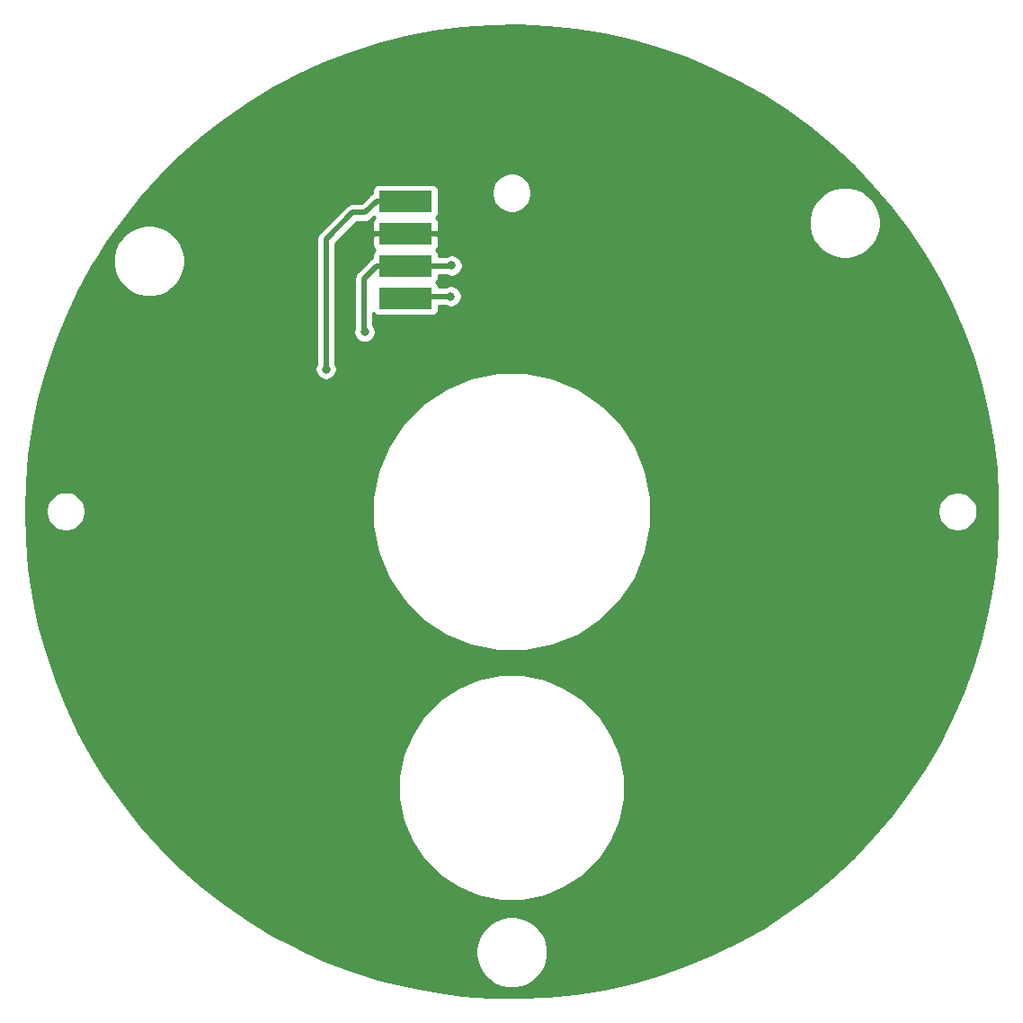
<source format=gbl>
G04 #@! TF.GenerationSoftware,KiCad,Pcbnew,(5.1.5)-3*
G04 #@! TF.CreationDate,2022-01-09T16:05:41+01:00*
G04 #@! TF.ProjectId,plateau allumage,706c6174-6561-4752-9061-6c6c756d6167,rev?*
G04 #@! TF.SameCoordinates,Original*
G04 #@! TF.FileFunction,Copper,L2,Bot*
G04 #@! TF.FilePolarity,Positive*
%FSLAX46Y46*%
G04 Gerber Fmt 4.6, Leading zero omitted, Abs format (unit mm)*
G04 Created by KiCad (PCBNEW (5.1.5)-3) date 2022-01-09 16:05:41*
%MOMM*%
%LPD*%
G04 APERTURE LIST*
%ADD10R,5.000000X2.000000*%
%ADD11C,0.800000*%
%ADD12C,0.500000*%
%ADD13C,0.254000*%
G04 APERTURE END LIST*
D10*
X117348000Y-78486000D03*
X117348000Y-81534000D03*
X117348000Y-75438000D03*
X117348000Y-72390000D03*
D11*
X121666000Y-75438000D03*
X112950000Y-75420000D03*
X112560000Y-104340000D03*
X142160000Y-104070000D03*
X113500000Y-84680000D03*
X121690000Y-78440000D03*
X109850000Y-88190000D03*
X121610000Y-81340000D03*
D12*
X117348000Y-75438000D02*
X121666000Y-75438000D01*
X114598000Y-75438000D02*
X114580000Y-75420000D01*
X114580000Y-75420000D02*
X112950000Y-75420000D01*
X117348000Y-75438000D02*
X114598000Y-75438000D01*
X114598000Y-78486000D02*
X113440000Y-79644000D01*
X117348000Y-78486000D02*
X114598000Y-78486000D01*
X113440000Y-79644000D02*
X113440000Y-84620000D01*
X113440000Y-84620000D02*
X113500000Y-84680000D01*
X117348000Y-78486000D02*
X121644000Y-78486000D01*
X121644000Y-78486000D02*
X121690000Y-78440000D01*
X112380000Y-73450000D02*
X109850000Y-75980000D01*
X109850000Y-75980000D02*
X109850000Y-88190000D01*
X113538000Y-73450000D02*
X112380000Y-73450000D01*
X117348000Y-72390000D02*
X114598000Y-72390000D01*
X114598000Y-72390000D02*
X113538000Y-73450000D01*
X121610000Y-81340000D02*
X117542000Y-81340000D01*
X117542000Y-81340000D02*
X117348000Y-81534000D01*
D13*
G36*
X130700213Y-55958231D02*
G01*
X133373035Y-56233868D01*
X136025073Y-56665891D01*
X138647186Y-57252811D01*
X141230335Y-57992605D01*
X143765615Y-58882722D01*
X146244286Y-59920096D01*
X148657803Y-61101148D01*
X150997848Y-62421808D01*
X153256353Y-63877524D01*
X155425532Y-65463277D01*
X157497909Y-67173600D01*
X159466339Y-69002599D01*
X161324036Y-70943967D01*
X163064598Y-72991013D01*
X164682023Y-75136681D01*
X166170736Y-77373573D01*
X167525606Y-79693978D01*
X168741961Y-82089898D01*
X169815608Y-84553073D01*
X170742848Y-87075013D01*
X171520482Y-89647023D01*
X172145831Y-92260238D01*
X172616739Y-94905648D01*
X172931582Y-97574136D01*
X173089276Y-100256502D01*
X173089276Y-102943498D01*
X172931582Y-105625864D01*
X172616739Y-108294352D01*
X172145831Y-110939762D01*
X171520482Y-113552977D01*
X170742848Y-116124987D01*
X169815608Y-118646927D01*
X168741961Y-121110102D01*
X167525606Y-123506022D01*
X166170736Y-125826427D01*
X164682023Y-128063319D01*
X163064598Y-130208987D01*
X161324036Y-132256033D01*
X159466339Y-134197401D01*
X157497909Y-136026400D01*
X155425532Y-137736723D01*
X153256353Y-139322476D01*
X150997848Y-140778192D01*
X148657803Y-142098852D01*
X146244286Y-143279904D01*
X143765615Y-144317278D01*
X141230335Y-145207395D01*
X138647186Y-145947189D01*
X136025073Y-146534109D01*
X133373035Y-146966132D01*
X130700213Y-147241769D01*
X128015822Y-147360069D01*
X125329114Y-147320624D01*
X122649353Y-147123571D01*
X119985775Y-146769589D01*
X117347562Y-146259898D01*
X114743809Y-145596254D01*
X112183491Y-144780947D01*
X109675435Y-143816786D01*
X107359525Y-142766607D01*
X123965000Y-142766607D01*
X123965000Y-143433393D01*
X124095083Y-144087368D01*
X124350252Y-144703399D01*
X124720698Y-145257812D01*
X125192188Y-145729302D01*
X125746601Y-146099748D01*
X126362632Y-146354917D01*
X127016607Y-146485000D01*
X127683393Y-146485000D01*
X128337368Y-146354917D01*
X128953399Y-146099748D01*
X129507812Y-145729302D01*
X129979302Y-145257812D01*
X130349748Y-144703399D01*
X130604917Y-144087368D01*
X130735000Y-143433393D01*
X130735000Y-142766607D01*
X130604917Y-142112632D01*
X130349748Y-141496601D01*
X129979302Y-140942188D01*
X129507812Y-140470698D01*
X128953399Y-140100252D01*
X128337368Y-139845083D01*
X127683393Y-139715000D01*
X127016607Y-139715000D01*
X126362632Y-139845083D01*
X125746601Y-140100252D01*
X125192188Y-140470698D01*
X124720698Y-140942188D01*
X124350252Y-141496601D01*
X124095083Y-142112632D01*
X123965000Y-142766607D01*
X107359525Y-142766607D01*
X107228286Y-142707095D01*
X104850480Y-141455700D01*
X102550214Y-140066913D01*
X100335417Y-138545523D01*
X98213725Y-136896774D01*
X96192450Y-135126350D01*
X94278561Y-133240354D01*
X92478656Y-131245287D01*
X90798939Y-129148026D01*
X89245200Y-126955802D01*
X88993583Y-126552544D01*
X116695000Y-126552544D01*
X116695000Y-128647456D01*
X117103697Y-130702115D01*
X117905385Y-132637561D01*
X119069256Y-134379417D01*
X120550583Y-135860744D01*
X122292439Y-137024615D01*
X124227885Y-137826303D01*
X126282544Y-138235000D01*
X128377456Y-138235000D01*
X130432115Y-137826303D01*
X132367561Y-137024615D01*
X134109417Y-135860744D01*
X135590744Y-134379417D01*
X136754615Y-132637561D01*
X137556303Y-130702115D01*
X137965000Y-128647456D01*
X137965000Y-126552544D01*
X137556303Y-124497885D01*
X136754615Y-122562439D01*
X135590744Y-120820583D01*
X134109417Y-119339256D01*
X132367561Y-118175385D01*
X130432115Y-117373697D01*
X128377456Y-116965000D01*
X126282544Y-116965000D01*
X124227885Y-117373697D01*
X122292439Y-118175385D01*
X120550583Y-119339256D01*
X119069256Y-120820583D01*
X117905385Y-122562439D01*
X117103697Y-124497885D01*
X116695000Y-126552544D01*
X88993583Y-126552544D01*
X87822796Y-124676170D01*
X86536629Y-122316991D01*
X85391134Y-119886396D01*
X84390259Y-117392764D01*
X83537455Y-114844690D01*
X82835661Y-112250960D01*
X82287296Y-109620514D01*
X81894251Y-106962419D01*
X81657881Y-104285839D01*
X81579000Y-101600000D01*
X81584746Y-101404344D01*
X83455000Y-101404344D01*
X83455000Y-101775656D01*
X83527439Y-102139834D01*
X83669534Y-102482882D01*
X83875825Y-102791618D01*
X84138382Y-103054175D01*
X84447118Y-103260466D01*
X84790166Y-103402561D01*
X85154344Y-103475000D01*
X85525656Y-103475000D01*
X85889834Y-103402561D01*
X86232882Y-103260466D01*
X86541618Y-103054175D01*
X86804175Y-102791618D01*
X87010466Y-102482882D01*
X87152561Y-102139834D01*
X87225000Y-101775656D01*
X87225000Y-101404344D01*
X87152561Y-101040166D01*
X87010466Y-100697118D01*
X86804175Y-100388382D01*
X86732108Y-100316315D01*
X114215000Y-100316315D01*
X114215000Y-102903685D01*
X114719770Y-105441338D01*
X115709914Y-107831756D01*
X117147379Y-109983075D01*
X118976925Y-111812621D01*
X121128244Y-113250086D01*
X123518662Y-114240230D01*
X126056315Y-114745000D01*
X128643685Y-114745000D01*
X131181338Y-114240230D01*
X133571756Y-113250086D01*
X135723075Y-111812621D01*
X137552621Y-109983075D01*
X138990086Y-107831756D01*
X139980230Y-105441338D01*
X140485000Y-102903685D01*
X140485000Y-101414344D01*
X167455000Y-101414344D01*
X167455000Y-101785656D01*
X167527439Y-102149834D01*
X167669534Y-102492882D01*
X167875825Y-102801618D01*
X168138382Y-103064175D01*
X168447118Y-103270466D01*
X168790166Y-103412561D01*
X169154344Y-103485000D01*
X169525656Y-103485000D01*
X169889834Y-103412561D01*
X170232882Y-103270466D01*
X170541618Y-103064175D01*
X170804175Y-102801618D01*
X171010466Y-102492882D01*
X171152561Y-102149834D01*
X171225000Y-101785656D01*
X171225000Y-101414344D01*
X171152561Y-101050166D01*
X171010466Y-100707118D01*
X170804175Y-100398382D01*
X170541618Y-100135825D01*
X170232882Y-99929534D01*
X169889834Y-99787439D01*
X169525656Y-99715000D01*
X169154344Y-99715000D01*
X168790166Y-99787439D01*
X168447118Y-99929534D01*
X168138382Y-100135825D01*
X167875825Y-100398382D01*
X167669534Y-100707118D01*
X167527439Y-101050166D01*
X167455000Y-101414344D01*
X140485000Y-101414344D01*
X140485000Y-100316315D01*
X139980230Y-97778662D01*
X138990086Y-95388244D01*
X137552621Y-93236925D01*
X135723075Y-91407379D01*
X133571756Y-89969914D01*
X131181338Y-88979770D01*
X128643685Y-88475000D01*
X126056315Y-88475000D01*
X123518662Y-88979770D01*
X121128244Y-89969914D01*
X118976925Y-91407379D01*
X117147379Y-93236925D01*
X115709914Y-95388244D01*
X114719770Y-97778662D01*
X114215000Y-100316315D01*
X86732108Y-100316315D01*
X86541618Y-100125825D01*
X86232882Y-99919534D01*
X85889834Y-99777439D01*
X85525656Y-99705000D01*
X85154344Y-99705000D01*
X84790166Y-99777439D01*
X84447118Y-99919534D01*
X84138382Y-100125825D01*
X83875825Y-100388382D01*
X83669534Y-100697118D01*
X83527439Y-101040166D01*
X83455000Y-101404344D01*
X81584746Y-101404344D01*
X81657881Y-98914161D01*
X81894251Y-96237581D01*
X82287296Y-93579486D01*
X82835661Y-90949040D01*
X83537455Y-88355310D01*
X83626899Y-88088061D01*
X108815000Y-88088061D01*
X108815000Y-88291939D01*
X108854774Y-88491898D01*
X108932795Y-88680256D01*
X109046063Y-88849774D01*
X109190226Y-88993937D01*
X109359744Y-89107205D01*
X109548102Y-89185226D01*
X109748061Y-89225000D01*
X109951939Y-89225000D01*
X110151898Y-89185226D01*
X110340256Y-89107205D01*
X110509774Y-88993937D01*
X110653937Y-88849774D01*
X110767205Y-88680256D01*
X110845226Y-88491898D01*
X110885000Y-88291939D01*
X110885000Y-88088061D01*
X110845226Y-87888102D01*
X110767205Y-87699744D01*
X110735000Y-87651546D01*
X110735000Y-84578061D01*
X112465000Y-84578061D01*
X112465000Y-84781939D01*
X112504774Y-84981898D01*
X112582795Y-85170256D01*
X112696063Y-85339774D01*
X112840226Y-85483937D01*
X113009744Y-85597205D01*
X113198102Y-85675226D01*
X113398061Y-85715000D01*
X113601939Y-85715000D01*
X113801898Y-85675226D01*
X113990256Y-85597205D01*
X114159774Y-85483937D01*
X114303937Y-85339774D01*
X114417205Y-85170256D01*
X114495226Y-84981898D01*
X114535000Y-84781939D01*
X114535000Y-84578061D01*
X114495226Y-84378102D01*
X114417205Y-84189744D01*
X114325000Y-84051749D01*
X114325000Y-82897678D01*
X114396815Y-82985185D01*
X114493506Y-83064537D01*
X114603820Y-83123502D01*
X114723518Y-83159812D01*
X114848000Y-83172072D01*
X119848000Y-83172072D01*
X119972482Y-83159812D01*
X120092180Y-83123502D01*
X120202494Y-83064537D01*
X120299185Y-82985185D01*
X120378537Y-82888494D01*
X120437502Y-82778180D01*
X120473812Y-82658482D01*
X120486072Y-82534000D01*
X120486072Y-82225000D01*
X121071546Y-82225000D01*
X121119744Y-82257205D01*
X121308102Y-82335226D01*
X121508061Y-82375000D01*
X121711939Y-82375000D01*
X121911898Y-82335226D01*
X122100256Y-82257205D01*
X122269774Y-82143937D01*
X122413937Y-81999774D01*
X122527205Y-81830256D01*
X122605226Y-81641898D01*
X122645000Y-81441939D01*
X122645000Y-81238061D01*
X122605226Y-81038102D01*
X122527205Y-80849744D01*
X122413937Y-80680226D01*
X122269774Y-80536063D01*
X122100256Y-80422795D01*
X121911898Y-80344774D01*
X121711939Y-80305000D01*
X121508061Y-80305000D01*
X121308102Y-80344774D01*
X121119744Y-80422795D01*
X121071546Y-80455000D01*
X120478291Y-80455000D01*
X120473812Y-80409518D01*
X120437502Y-80289820D01*
X120378537Y-80179506D01*
X120299185Y-80082815D01*
X120210459Y-80010000D01*
X120299185Y-79937185D01*
X120378537Y-79840494D01*
X120437502Y-79730180D01*
X120473812Y-79610482D01*
X120486072Y-79486000D01*
X120486072Y-79371000D01*
X121233048Y-79371000D01*
X121388102Y-79435226D01*
X121588061Y-79475000D01*
X121791939Y-79475000D01*
X121991898Y-79435226D01*
X122180256Y-79357205D01*
X122349774Y-79243937D01*
X122493937Y-79099774D01*
X122607205Y-78930256D01*
X122685226Y-78741898D01*
X122725000Y-78541939D01*
X122725000Y-78338061D01*
X122685226Y-78138102D01*
X122607205Y-77949744D01*
X122493937Y-77780226D01*
X122349774Y-77636063D01*
X122180256Y-77522795D01*
X121991898Y-77444774D01*
X121791939Y-77405000D01*
X121588061Y-77405000D01*
X121388102Y-77444774D01*
X121199744Y-77522795D01*
X121082702Y-77601000D01*
X120486072Y-77601000D01*
X120486072Y-77486000D01*
X120473812Y-77361518D01*
X120437502Y-77241820D01*
X120378537Y-77131506D01*
X120299185Y-77034815D01*
X120210459Y-76962000D01*
X120299185Y-76889185D01*
X120378537Y-76792494D01*
X120437502Y-76682180D01*
X120473812Y-76562482D01*
X120486072Y-76438000D01*
X120483000Y-75723750D01*
X120324250Y-75565000D01*
X117475000Y-75565000D01*
X117475000Y-75585000D01*
X117221000Y-75585000D01*
X117221000Y-75565000D01*
X114371750Y-75565000D01*
X114213000Y-75723750D01*
X114209928Y-76438000D01*
X114222188Y-76562482D01*
X114258498Y-76682180D01*
X114317463Y-76792494D01*
X114396815Y-76889185D01*
X114485541Y-76962000D01*
X114396815Y-77034815D01*
X114317463Y-77131506D01*
X114258498Y-77241820D01*
X114222188Y-77361518D01*
X114209928Y-77486000D01*
X114209928Y-77689938D01*
X114103941Y-77746589D01*
X114103939Y-77746590D01*
X114103940Y-77746590D01*
X114002953Y-77829468D01*
X114002951Y-77829470D01*
X113969183Y-77857183D01*
X113941470Y-77890951D01*
X112844956Y-78987466D01*
X112811183Y-79015183D01*
X112700589Y-79149942D01*
X112618411Y-79303688D01*
X112567805Y-79470511D01*
X112555000Y-79600524D01*
X112555000Y-79600531D01*
X112550719Y-79644000D01*
X112555000Y-79687469D01*
X112555001Y-84256844D01*
X112504774Y-84378102D01*
X112465000Y-84578061D01*
X110735000Y-84578061D01*
X110735000Y-76346578D01*
X112746579Y-74335000D01*
X113494531Y-74335000D01*
X113538000Y-74339281D01*
X113581469Y-74335000D01*
X113581477Y-74335000D01*
X113711490Y-74322195D01*
X113878313Y-74271589D01*
X114032059Y-74189411D01*
X114166817Y-74078817D01*
X114194534Y-74045044D01*
X114397682Y-73841896D01*
X114485541Y-73914000D01*
X114396815Y-73986815D01*
X114317463Y-74083506D01*
X114258498Y-74193820D01*
X114222188Y-74313518D01*
X114209928Y-74438000D01*
X114213000Y-75152250D01*
X114371750Y-75311000D01*
X117221000Y-75311000D01*
X117221000Y-75291000D01*
X117475000Y-75291000D01*
X117475000Y-75311000D01*
X120324250Y-75311000D01*
X120483000Y-75152250D01*
X120486072Y-74438000D01*
X120473812Y-74313518D01*
X120437502Y-74193820D01*
X120378537Y-74083506D01*
X120372876Y-74076607D01*
X155325000Y-74076607D01*
X155325000Y-74743393D01*
X155455083Y-75397368D01*
X155710252Y-76013399D01*
X156080698Y-76567812D01*
X156552188Y-77039302D01*
X157106601Y-77409748D01*
X157722632Y-77664917D01*
X158376607Y-77795000D01*
X159043393Y-77795000D01*
X159697368Y-77664917D01*
X160313399Y-77409748D01*
X160867812Y-77039302D01*
X161339302Y-76567812D01*
X161709748Y-76013399D01*
X161964917Y-75397368D01*
X162095000Y-74743393D01*
X162095000Y-74076607D01*
X161964917Y-73422632D01*
X161709748Y-72806601D01*
X161339302Y-72252188D01*
X160867812Y-71780698D01*
X160313399Y-71410252D01*
X159697368Y-71155083D01*
X159043393Y-71025000D01*
X158376607Y-71025000D01*
X157722632Y-71155083D01*
X157106601Y-71410252D01*
X156552188Y-71780698D01*
X156080698Y-72252188D01*
X155710252Y-72806601D01*
X155455083Y-73422632D01*
X155325000Y-74076607D01*
X120372876Y-74076607D01*
X120299185Y-73986815D01*
X120210459Y-73914000D01*
X120299185Y-73841185D01*
X120378537Y-73744494D01*
X120437502Y-73634180D01*
X120473812Y-73514482D01*
X120486072Y-73390000D01*
X120486072Y-71414344D01*
X125455000Y-71414344D01*
X125455000Y-71785656D01*
X125527439Y-72149834D01*
X125669534Y-72492882D01*
X125875825Y-72801618D01*
X126138382Y-73064175D01*
X126447118Y-73270466D01*
X126790166Y-73412561D01*
X127154344Y-73485000D01*
X127525656Y-73485000D01*
X127889834Y-73412561D01*
X128232882Y-73270466D01*
X128541618Y-73064175D01*
X128804175Y-72801618D01*
X129010466Y-72492882D01*
X129152561Y-72149834D01*
X129225000Y-71785656D01*
X129225000Y-71414344D01*
X129152561Y-71050166D01*
X129010466Y-70707118D01*
X128804175Y-70398382D01*
X128541618Y-70135825D01*
X128232882Y-69929534D01*
X127889834Y-69787439D01*
X127525656Y-69715000D01*
X127154344Y-69715000D01*
X126790166Y-69787439D01*
X126447118Y-69929534D01*
X126138382Y-70135825D01*
X125875825Y-70398382D01*
X125669534Y-70707118D01*
X125527439Y-71050166D01*
X125455000Y-71414344D01*
X120486072Y-71414344D01*
X120486072Y-71390000D01*
X120473812Y-71265518D01*
X120437502Y-71145820D01*
X120378537Y-71035506D01*
X120299185Y-70938815D01*
X120202494Y-70859463D01*
X120092180Y-70800498D01*
X119972482Y-70764188D01*
X119848000Y-70751928D01*
X114848000Y-70751928D01*
X114723518Y-70764188D01*
X114603820Y-70800498D01*
X114493506Y-70859463D01*
X114396815Y-70938815D01*
X114317463Y-71035506D01*
X114258498Y-71145820D01*
X114222188Y-71265518D01*
X114209928Y-71390000D01*
X114209928Y-71593938D01*
X114103941Y-71650589D01*
X114103939Y-71650590D01*
X114103940Y-71650590D01*
X114002953Y-71733468D01*
X114002951Y-71733470D01*
X113969183Y-71761183D01*
X113941470Y-71794951D01*
X113171422Y-72565000D01*
X112423465Y-72565000D01*
X112379999Y-72560719D01*
X112336533Y-72565000D01*
X112336523Y-72565000D01*
X112206510Y-72577805D01*
X112039687Y-72628411D01*
X111885941Y-72710589D01*
X111885939Y-72710590D01*
X111885940Y-72710590D01*
X111784953Y-72793468D01*
X111784951Y-72793470D01*
X111751183Y-72821183D01*
X111723470Y-72854951D01*
X109254956Y-75323466D01*
X109221183Y-75351183D01*
X109110589Y-75485942D01*
X109028411Y-75639688D01*
X108977805Y-75806511D01*
X108965000Y-75936524D01*
X108965000Y-75936531D01*
X108960719Y-75980000D01*
X108965000Y-76023469D01*
X108965001Y-87651544D01*
X108932795Y-87699744D01*
X108854774Y-87888102D01*
X108815000Y-88088061D01*
X83626899Y-88088061D01*
X84390259Y-85807236D01*
X85391134Y-83313604D01*
X86536629Y-80883009D01*
X87822796Y-78523830D01*
X88357670Y-77666607D01*
X89815000Y-77666607D01*
X89815000Y-78333393D01*
X89945083Y-78987368D01*
X90200252Y-79603399D01*
X90570698Y-80157812D01*
X91042188Y-80629302D01*
X91596601Y-80999748D01*
X92212632Y-81254917D01*
X92866607Y-81385000D01*
X93533393Y-81385000D01*
X94187368Y-81254917D01*
X94803399Y-80999748D01*
X95357812Y-80629302D01*
X95829302Y-80157812D01*
X96199748Y-79603399D01*
X96454917Y-78987368D01*
X96585000Y-78333393D01*
X96585000Y-77666607D01*
X96454917Y-77012632D01*
X96199748Y-76396601D01*
X95829302Y-75842188D01*
X95357812Y-75370698D01*
X94803399Y-75000252D01*
X94187368Y-74745083D01*
X93533393Y-74615000D01*
X92866607Y-74615000D01*
X92212632Y-74745083D01*
X91596601Y-75000252D01*
X91042188Y-75370698D01*
X90570698Y-75842188D01*
X90200252Y-76396601D01*
X89945083Y-77012632D01*
X89815000Y-77666607D01*
X88357670Y-77666607D01*
X89245200Y-76244198D01*
X90798939Y-74051974D01*
X92478656Y-71954713D01*
X94278561Y-69959646D01*
X96192450Y-68073650D01*
X98213725Y-66303226D01*
X100335417Y-64654477D01*
X102550214Y-63133087D01*
X104850480Y-61744300D01*
X107228286Y-60492905D01*
X109675435Y-59383214D01*
X112183491Y-58419053D01*
X114743809Y-57603746D01*
X117347562Y-56940102D01*
X119985775Y-56430411D01*
X122649353Y-56076429D01*
X125329114Y-55879376D01*
X128015822Y-55839931D01*
X130700213Y-55958231D01*
G37*
X130700213Y-55958231D02*
X133373035Y-56233868D01*
X136025073Y-56665891D01*
X138647186Y-57252811D01*
X141230335Y-57992605D01*
X143765615Y-58882722D01*
X146244286Y-59920096D01*
X148657803Y-61101148D01*
X150997848Y-62421808D01*
X153256353Y-63877524D01*
X155425532Y-65463277D01*
X157497909Y-67173600D01*
X159466339Y-69002599D01*
X161324036Y-70943967D01*
X163064598Y-72991013D01*
X164682023Y-75136681D01*
X166170736Y-77373573D01*
X167525606Y-79693978D01*
X168741961Y-82089898D01*
X169815608Y-84553073D01*
X170742848Y-87075013D01*
X171520482Y-89647023D01*
X172145831Y-92260238D01*
X172616739Y-94905648D01*
X172931582Y-97574136D01*
X173089276Y-100256502D01*
X173089276Y-102943498D01*
X172931582Y-105625864D01*
X172616739Y-108294352D01*
X172145831Y-110939762D01*
X171520482Y-113552977D01*
X170742848Y-116124987D01*
X169815608Y-118646927D01*
X168741961Y-121110102D01*
X167525606Y-123506022D01*
X166170736Y-125826427D01*
X164682023Y-128063319D01*
X163064598Y-130208987D01*
X161324036Y-132256033D01*
X159466339Y-134197401D01*
X157497909Y-136026400D01*
X155425532Y-137736723D01*
X153256353Y-139322476D01*
X150997848Y-140778192D01*
X148657803Y-142098852D01*
X146244286Y-143279904D01*
X143765615Y-144317278D01*
X141230335Y-145207395D01*
X138647186Y-145947189D01*
X136025073Y-146534109D01*
X133373035Y-146966132D01*
X130700213Y-147241769D01*
X128015822Y-147360069D01*
X125329114Y-147320624D01*
X122649353Y-147123571D01*
X119985775Y-146769589D01*
X117347562Y-146259898D01*
X114743809Y-145596254D01*
X112183491Y-144780947D01*
X109675435Y-143816786D01*
X107359525Y-142766607D01*
X123965000Y-142766607D01*
X123965000Y-143433393D01*
X124095083Y-144087368D01*
X124350252Y-144703399D01*
X124720698Y-145257812D01*
X125192188Y-145729302D01*
X125746601Y-146099748D01*
X126362632Y-146354917D01*
X127016607Y-146485000D01*
X127683393Y-146485000D01*
X128337368Y-146354917D01*
X128953399Y-146099748D01*
X129507812Y-145729302D01*
X129979302Y-145257812D01*
X130349748Y-144703399D01*
X130604917Y-144087368D01*
X130735000Y-143433393D01*
X130735000Y-142766607D01*
X130604917Y-142112632D01*
X130349748Y-141496601D01*
X129979302Y-140942188D01*
X129507812Y-140470698D01*
X128953399Y-140100252D01*
X128337368Y-139845083D01*
X127683393Y-139715000D01*
X127016607Y-139715000D01*
X126362632Y-139845083D01*
X125746601Y-140100252D01*
X125192188Y-140470698D01*
X124720698Y-140942188D01*
X124350252Y-141496601D01*
X124095083Y-142112632D01*
X123965000Y-142766607D01*
X107359525Y-142766607D01*
X107228286Y-142707095D01*
X104850480Y-141455700D01*
X102550214Y-140066913D01*
X100335417Y-138545523D01*
X98213725Y-136896774D01*
X96192450Y-135126350D01*
X94278561Y-133240354D01*
X92478656Y-131245287D01*
X90798939Y-129148026D01*
X89245200Y-126955802D01*
X88993583Y-126552544D01*
X116695000Y-126552544D01*
X116695000Y-128647456D01*
X117103697Y-130702115D01*
X117905385Y-132637561D01*
X119069256Y-134379417D01*
X120550583Y-135860744D01*
X122292439Y-137024615D01*
X124227885Y-137826303D01*
X126282544Y-138235000D01*
X128377456Y-138235000D01*
X130432115Y-137826303D01*
X132367561Y-137024615D01*
X134109417Y-135860744D01*
X135590744Y-134379417D01*
X136754615Y-132637561D01*
X137556303Y-130702115D01*
X137965000Y-128647456D01*
X137965000Y-126552544D01*
X137556303Y-124497885D01*
X136754615Y-122562439D01*
X135590744Y-120820583D01*
X134109417Y-119339256D01*
X132367561Y-118175385D01*
X130432115Y-117373697D01*
X128377456Y-116965000D01*
X126282544Y-116965000D01*
X124227885Y-117373697D01*
X122292439Y-118175385D01*
X120550583Y-119339256D01*
X119069256Y-120820583D01*
X117905385Y-122562439D01*
X117103697Y-124497885D01*
X116695000Y-126552544D01*
X88993583Y-126552544D01*
X87822796Y-124676170D01*
X86536629Y-122316991D01*
X85391134Y-119886396D01*
X84390259Y-117392764D01*
X83537455Y-114844690D01*
X82835661Y-112250960D01*
X82287296Y-109620514D01*
X81894251Y-106962419D01*
X81657881Y-104285839D01*
X81579000Y-101600000D01*
X81584746Y-101404344D01*
X83455000Y-101404344D01*
X83455000Y-101775656D01*
X83527439Y-102139834D01*
X83669534Y-102482882D01*
X83875825Y-102791618D01*
X84138382Y-103054175D01*
X84447118Y-103260466D01*
X84790166Y-103402561D01*
X85154344Y-103475000D01*
X85525656Y-103475000D01*
X85889834Y-103402561D01*
X86232882Y-103260466D01*
X86541618Y-103054175D01*
X86804175Y-102791618D01*
X87010466Y-102482882D01*
X87152561Y-102139834D01*
X87225000Y-101775656D01*
X87225000Y-101404344D01*
X87152561Y-101040166D01*
X87010466Y-100697118D01*
X86804175Y-100388382D01*
X86732108Y-100316315D01*
X114215000Y-100316315D01*
X114215000Y-102903685D01*
X114719770Y-105441338D01*
X115709914Y-107831756D01*
X117147379Y-109983075D01*
X118976925Y-111812621D01*
X121128244Y-113250086D01*
X123518662Y-114240230D01*
X126056315Y-114745000D01*
X128643685Y-114745000D01*
X131181338Y-114240230D01*
X133571756Y-113250086D01*
X135723075Y-111812621D01*
X137552621Y-109983075D01*
X138990086Y-107831756D01*
X139980230Y-105441338D01*
X140485000Y-102903685D01*
X140485000Y-101414344D01*
X167455000Y-101414344D01*
X167455000Y-101785656D01*
X167527439Y-102149834D01*
X167669534Y-102492882D01*
X167875825Y-102801618D01*
X168138382Y-103064175D01*
X168447118Y-103270466D01*
X168790166Y-103412561D01*
X169154344Y-103485000D01*
X169525656Y-103485000D01*
X169889834Y-103412561D01*
X170232882Y-103270466D01*
X170541618Y-103064175D01*
X170804175Y-102801618D01*
X171010466Y-102492882D01*
X171152561Y-102149834D01*
X171225000Y-101785656D01*
X171225000Y-101414344D01*
X171152561Y-101050166D01*
X171010466Y-100707118D01*
X170804175Y-100398382D01*
X170541618Y-100135825D01*
X170232882Y-99929534D01*
X169889834Y-99787439D01*
X169525656Y-99715000D01*
X169154344Y-99715000D01*
X168790166Y-99787439D01*
X168447118Y-99929534D01*
X168138382Y-100135825D01*
X167875825Y-100398382D01*
X167669534Y-100707118D01*
X167527439Y-101050166D01*
X167455000Y-101414344D01*
X140485000Y-101414344D01*
X140485000Y-100316315D01*
X139980230Y-97778662D01*
X138990086Y-95388244D01*
X137552621Y-93236925D01*
X135723075Y-91407379D01*
X133571756Y-89969914D01*
X131181338Y-88979770D01*
X128643685Y-88475000D01*
X126056315Y-88475000D01*
X123518662Y-88979770D01*
X121128244Y-89969914D01*
X118976925Y-91407379D01*
X117147379Y-93236925D01*
X115709914Y-95388244D01*
X114719770Y-97778662D01*
X114215000Y-100316315D01*
X86732108Y-100316315D01*
X86541618Y-100125825D01*
X86232882Y-99919534D01*
X85889834Y-99777439D01*
X85525656Y-99705000D01*
X85154344Y-99705000D01*
X84790166Y-99777439D01*
X84447118Y-99919534D01*
X84138382Y-100125825D01*
X83875825Y-100388382D01*
X83669534Y-100697118D01*
X83527439Y-101040166D01*
X83455000Y-101404344D01*
X81584746Y-101404344D01*
X81657881Y-98914161D01*
X81894251Y-96237581D01*
X82287296Y-93579486D01*
X82835661Y-90949040D01*
X83537455Y-88355310D01*
X83626899Y-88088061D01*
X108815000Y-88088061D01*
X108815000Y-88291939D01*
X108854774Y-88491898D01*
X108932795Y-88680256D01*
X109046063Y-88849774D01*
X109190226Y-88993937D01*
X109359744Y-89107205D01*
X109548102Y-89185226D01*
X109748061Y-89225000D01*
X109951939Y-89225000D01*
X110151898Y-89185226D01*
X110340256Y-89107205D01*
X110509774Y-88993937D01*
X110653937Y-88849774D01*
X110767205Y-88680256D01*
X110845226Y-88491898D01*
X110885000Y-88291939D01*
X110885000Y-88088061D01*
X110845226Y-87888102D01*
X110767205Y-87699744D01*
X110735000Y-87651546D01*
X110735000Y-84578061D01*
X112465000Y-84578061D01*
X112465000Y-84781939D01*
X112504774Y-84981898D01*
X112582795Y-85170256D01*
X112696063Y-85339774D01*
X112840226Y-85483937D01*
X113009744Y-85597205D01*
X113198102Y-85675226D01*
X113398061Y-85715000D01*
X113601939Y-85715000D01*
X113801898Y-85675226D01*
X113990256Y-85597205D01*
X114159774Y-85483937D01*
X114303937Y-85339774D01*
X114417205Y-85170256D01*
X114495226Y-84981898D01*
X114535000Y-84781939D01*
X114535000Y-84578061D01*
X114495226Y-84378102D01*
X114417205Y-84189744D01*
X114325000Y-84051749D01*
X114325000Y-82897678D01*
X114396815Y-82985185D01*
X114493506Y-83064537D01*
X114603820Y-83123502D01*
X114723518Y-83159812D01*
X114848000Y-83172072D01*
X119848000Y-83172072D01*
X119972482Y-83159812D01*
X120092180Y-83123502D01*
X120202494Y-83064537D01*
X120299185Y-82985185D01*
X120378537Y-82888494D01*
X120437502Y-82778180D01*
X120473812Y-82658482D01*
X120486072Y-82534000D01*
X120486072Y-82225000D01*
X121071546Y-82225000D01*
X121119744Y-82257205D01*
X121308102Y-82335226D01*
X121508061Y-82375000D01*
X121711939Y-82375000D01*
X121911898Y-82335226D01*
X122100256Y-82257205D01*
X122269774Y-82143937D01*
X122413937Y-81999774D01*
X122527205Y-81830256D01*
X122605226Y-81641898D01*
X122645000Y-81441939D01*
X122645000Y-81238061D01*
X122605226Y-81038102D01*
X122527205Y-80849744D01*
X122413937Y-80680226D01*
X122269774Y-80536063D01*
X122100256Y-80422795D01*
X121911898Y-80344774D01*
X121711939Y-80305000D01*
X121508061Y-80305000D01*
X121308102Y-80344774D01*
X121119744Y-80422795D01*
X121071546Y-80455000D01*
X120478291Y-80455000D01*
X120473812Y-80409518D01*
X120437502Y-80289820D01*
X120378537Y-80179506D01*
X120299185Y-80082815D01*
X120210459Y-80010000D01*
X120299185Y-79937185D01*
X120378537Y-79840494D01*
X120437502Y-79730180D01*
X120473812Y-79610482D01*
X120486072Y-79486000D01*
X120486072Y-79371000D01*
X121233048Y-79371000D01*
X121388102Y-79435226D01*
X121588061Y-79475000D01*
X121791939Y-79475000D01*
X121991898Y-79435226D01*
X122180256Y-79357205D01*
X122349774Y-79243937D01*
X122493937Y-79099774D01*
X122607205Y-78930256D01*
X122685226Y-78741898D01*
X122725000Y-78541939D01*
X122725000Y-78338061D01*
X122685226Y-78138102D01*
X122607205Y-77949744D01*
X122493937Y-77780226D01*
X122349774Y-77636063D01*
X122180256Y-77522795D01*
X121991898Y-77444774D01*
X121791939Y-77405000D01*
X121588061Y-77405000D01*
X121388102Y-77444774D01*
X121199744Y-77522795D01*
X121082702Y-77601000D01*
X120486072Y-77601000D01*
X120486072Y-77486000D01*
X120473812Y-77361518D01*
X120437502Y-77241820D01*
X120378537Y-77131506D01*
X120299185Y-77034815D01*
X120210459Y-76962000D01*
X120299185Y-76889185D01*
X120378537Y-76792494D01*
X120437502Y-76682180D01*
X120473812Y-76562482D01*
X120486072Y-76438000D01*
X120483000Y-75723750D01*
X120324250Y-75565000D01*
X117475000Y-75565000D01*
X117475000Y-75585000D01*
X117221000Y-75585000D01*
X117221000Y-75565000D01*
X114371750Y-75565000D01*
X114213000Y-75723750D01*
X114209928Y-76438000D01*
X114222188Y-76562482D01*
X114258498Y-76682180D01*
X114317463Y-76792494D01*
X114396815Y-76889185D01*
X114485541Y-76962000D01*
X114396815Y-77034815D01*
X114317463Y-77131506D01*
X114258498Y-77241820D01*
X114222188Y-77361518D01*
X114209928Y-77486000D01*
X114209928Y-77689938D01*
X114103941Y-77746589D01*
X114103939Y-77746590D01*
X114103940Y-77746590D01*
X114002953Y-77829468D01*
X114002951Y-77829470D01*
X113969183Y-77857183D01*
X113941470Y-77890951D01*
X112844956Y-78987466D01*
X112811183Y-79015183D01*
X112700589Y-79149942D01*
X112618411Y-79303688D01*
X112567805Y-79470511D01*
X112555000Y-79600524D01*
X112555000Y-79600531D01*
X112550719Y-79644000D01*
X112555000Y-79687469D01*
X112555001Y-84256844D01*
X112504774Y-84378102D01*
X112465000Y-84578061D01*
X110735000Y-84578061D01*
X110735000Y-76346578D01*
X112746579Y-74335000D01*
X113494531Y-74335000D01*
X113538000Y-74339281D01*
X113581469Y-74335000D01*
X113581477Y-74335000D01*
X113711490Y-74322195D01*
X113878313Y-74271589D01*
X114032059Y-74189411D01*
X114166817Y-74078817D01*
X114194534Y-74045044D01*
X114397682Y-73841896D01*
X114485541Y-73914000D01*
X114396815Y-73986815D01*
X114317463Y-74083506D01*
X114258498Y-74193820D01*
X114222188Y-74313518D01*
X114209928Y-74438000D01*
X114213000Y-75152250D01*
X114371750Y-75311000D01*
X117221000Y-75311000D01*
X117221000Y-75291000D01*
X117475000Y-75291000D01*
X117475000Y-75311000D01*
X120324250Y-75311000D01*
X120483000Y-75152250D01*
X120486072Y-74438000D01*
X120473812Y-74313518D01*
X120437502Y-74193820D01*
X120378537Y-74083506D01*
X120372876Y-74076607D01*
X155325000Y-74076607D01*
X155325000Y-74743393D01*
X155455083Y-75397368D01*
X155710252Y-76013399D01*
X156080698Y-76567812D01*
X156552188Y-77039302D01*
X157106601Y-77409748D01*
X157722632Y-77664917D01*
X158376607Y-77795000D01*
X159043393Y-77795000D01*
X159697368Y-77664917D01*
X160313399Y-77409748D01*
X160867812Y-77039302D01*
X161339302Y-76567812D01*
X161709748Y-76013399D01*
X161964917Y-75397368D01*
X162095000Y-74743393D01*
X162095000Y-74076607D01*
X161964917Y-73422632D01*
X161709748Y-72806601D01*
X161339302Y-72252188D01*
X160867812Y-71780698D01*
X160313399Y-71410252D01*
X159697368Y-71155083D01*
X159043393Y-71025000D01*
X158376607Y-71025000D01*
X157722632Y-71155083D01*
X157106601Y-71410252D01*
X156552188Y-71780698D01*
X156080698Y-72252188D01*
X155710252Y-72806601D01*
X155455083Y-73422632D01*
X155325000Y-74076607D01*
X120372876Y-74076607D01*
X120299185Y-73986815D01*
X120210459Y-73914000D01*
X120299185Y-73841185D01*
X120378537Y-73744494D01*
X120437502Y-73634180D01*
X120473812Y-73514482D01*
X120486072Y-73390000D01*
X120486072Y-71414344D01*
X125455000Y-71414344D01*
X125455000Y-71785656D01*
X125527439Y-72149834D01*
X125669534Y-72492882D01*
X125875825Y-72801618D01*
X126138382Y-73064175D01*
X126447118Y-73270466D01*
X126790166Y-73412561D01*
X127154344Y-73485000D01*
X127525656Y-73485000D01*
X127889834Y-73412561D01*
X128232882Y-73270466D01*
X128541618Y-73064175D01*
X128804175Y-72801618D01*
X129010466Y-72492882D01*
X129152561Y-72149834D01*
X129225000Y-71785656D01*
X129225000Y-71414344D01*
X129152561Y-71050166D01*
X129010466Y-70707118D01*
X128804175Y-70398382D01*
X128541618Y-70135825D01*
X128232882Y-69929534D01*
X127889834Y-69787439D01*
X127525656Y-69715000D01*
X127154344Y-69715000D01*
X126790166Y-69787439D01*
X126447118Y-69929534D01*
X126138382Y-70135825D01*
X125875825Y-70398382D01*
X125669534Y-70707118D01*
X125527439Y-71050166D01*
X125455000Y-71414344D01*
X120486072Y-71414344D01*
X120486072Y-71390000D01*
X120473812Y-71265518D01*
X120437502Y-71145820D01*
X120378537Y-71035506D01*
X120299185Y-70938815D01*
X120202494Y-70859463D01*
X120092180Y-70800498D01*
X119972482Y-70764188D01*
X119848000Y-70751928D01*
X114848000Y-70751928D01*
X114723518Y-70764188D01*
X114603820Y-70800498D01*
X114493506Y-70859463D01*
X114396815Y-70938815D01*
X114317463Y-71035506D01*
X114258498Y-71145820D01*
X114222188Y-71265518D01*
X114209928Y-71390000D01*
X114209928Y-71593938D01*
X114103941Y-71650589D01*
X114103939Y-71650590D01*
X114103940Y-71650590D01*
X114002953Y-71733468D01*
X114002951Y-71733470D01*
X113969183Y-71761183D01*
X113941470Y-71794951D01*
X113171422Y-72565000D01*
X112423465Y-72565000D01*
X112379999Y-72560719D01*
X112336533Y-72565000D01*
X112336523Y-72565000D01*
X112206510Y-72577805D01*
X112039687Y-72628411D01*
X111885941Y-72710589D01*
X111885939Y-72710590D01*
X111885940Y-72710590D01*
X111784953Y-72793468D01*
X111784951Y-72793470D01*
X111751183Y-72821183D01*
X111723470Y-72854951D01*
X109254956Y-75323466D01*
X109221183Y-75351183D01*
X109110589Y-75485942D01*
X109028411Y-75639688D01*
X108977805Y-75806511D01*
X108965000Y-75936524D01*
X108965000Y-75936531D01*
X108960719Y-75980000D01*
X108965000Y-76023469D01*
X108965001Y-87651544D01*
X108932795Y-87699744D01*
X108854774Y-87888102D01*
X108815000Y-88088061D01*
X83626899Y-88088061D01*
X84390259Y-85807236D01*
X85391134Y-83313604D01*
X86536629Y-80883009D01*
X87822796Y-78523830D01*
X88357670Y-77666607D01*
X89815000Y-77666607D01*
X89815000Y-78333393D01*
X89945083Y-78987368D01*
X90200252Y-79603399D01*
X90570698Y-80157812D01*
X91042188Y-80629302D01*
X91596601Y-80999748D01*
X92212632Y-81254917D01*
X92866607Y-81385000D01*
X93533393Y-81385000D01*
X94187368Y-81254917D01*
X94803399Y-80999748D01*
X95357812Y-80629302D01*
X95829302Y-80157812D01*
X96199748Y-79603399D01*
X96454917Y-78987368D01*
X96585000Y-78333393D01*
X96585000Y-77666607D01*
X96454917Y-77012632D01*
X96199748Y-76396601D01*
X95829302Y-75842188D01*
X95357812Y-75370698D01*
X94803399Y-75000252D01*
X94187368Y-74745083D01*
X93533393Y-74615000D01*
X92866607Y-74615000D01*
X92212632Y-74745083D01*
X91596601Y-75000252D01*
X91042188Y-75370698D01*
X90570698Y-75842188D01*
X90200252Y-76396601D01*
X89945083Y-77012632D01*
X89815000Y-77666607D01*
X88357670Y-77666607D01*
X89245200Y-76244198D01*
X90798939Y-74051974D01*
X92478656Y-71954713D01*
X94278561Y-69959646D01*
X96192450Y-68073650D01*
X98213725Y-66303226D01*
X100335417Y-64654477D01*
X102550214Y-63133087D01*
X104850480Y-61744300D01*
X107228286Y-60492905D01*
X109675435Y-59383214D01*
X112183491Y-58419053D01*
X114743809Y-57603746D01*
X117347562Y-56940102D01*
X119985775Y-56430411D01*
X122649353Y-56076429D01*
X125329114Y-55879376D01*
X128015822Y-55839931D01*
X130700213Y-55958231D01*
M02*

</source>
